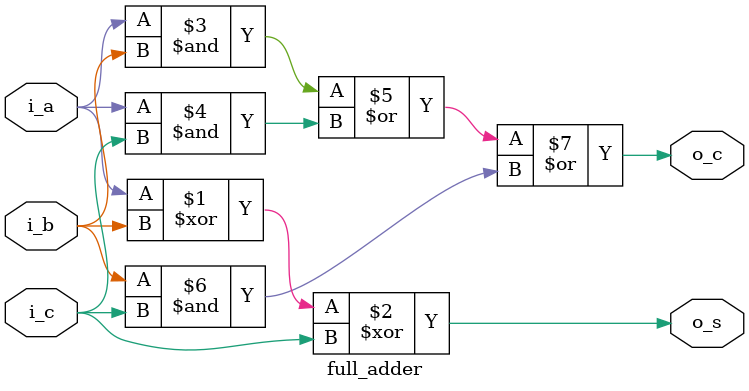
<source format=v>
module full_adder(
    input   i_a,
    input   i_b,
    input   i_c,
    
    output  o_s,
    output  o_c
);

assign o_s = i_a ^ i_b ^ i_c;
assign o_c = (i_a & i_b) | (i_a & i_c) | (i_b & i_c);

endmodule

</source>
